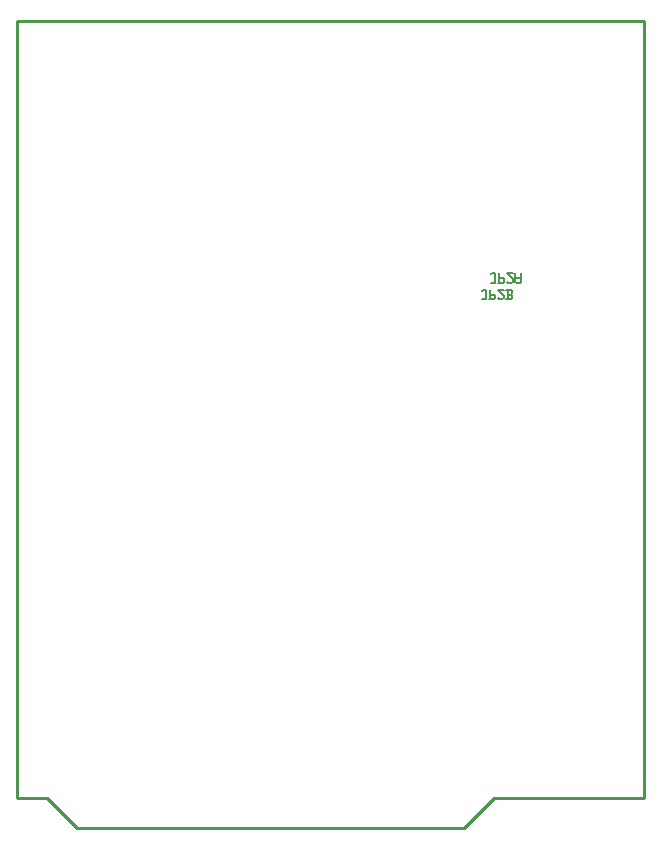
<source format=gbr>
G04 start of page 9 for group -4078 idx -4078 *
G04 Title: (unknown), bottomsilk *
G04 Creator: pcb 20140316 *
G04 CreationDate: Thu 22 Dec 2016 06:12:03 PM GMT UTC *
G04 For: ndholmes *
G04 Format: Gerber/RS-274X *
G04 PCB-Dimensions (mil): 2100.00 2700.00 *
G04 PCB-Coordinate-Origin: lower left *
%MOIN*%
%FSLAX25Y25*%
%LNBOTTOMSILK*%
%ADD82C,0.0080*%
%ADD81C,0.0100*%
G54D81*X500Y269500D02*X209500D01*
Y10500D01*
X159500D02*X149500Y500D01*
X209500Y10500D02*X159500D01*
X149500Y500D02*X20500D01*
X500Y10500D02*X10500D01*
X20500Y500D02*X10500Y10500D01*
X500D02*Y269500D01*
G54D82*X155500Y176800D02*X156700D01*
Y179600D01*
X156300Y180000D02*X156700Y179600D01*
X155900Y180000D02*X156300D01*
X155500Y179600D02*X155900Y180000D01*
X158060Y176800D02*Y180000D01*
X157660Y176800D02*X159260D01*
X159660Y177200D01*
Y178000D01*
X159260Y178400D02*X159660Y178000D01*
X158060Y178400D02*X159260D01*
X160620Y177200D02*X161020Y176800D01*
X162220D01*
X162620Y177200D01*
Y178000D01*
X160620Y180000D02*X162620Y178000D01*
X160620Y180000D02*X162620D01*
X163580D02*X165180D01*
X165580Y179600D01*
Y178800D02*Y179600D01*
X165180Y178400D02*X165580Y178800D01*
X163980Y178400D02*X165180D01*
X163980Y176800D02*Y180000D01*
X163580Y176800D02*X165180D01*
X165580Y177200D01*
Y178000D01*
X165180Y178400D02*X165580Y178000D01*
X158500Y182300D02*X159700D01*
Y185100D01*
X159300Y185500D02*X159700Y185100D01*
X158900Y185500D02*X159300D01*
X158500Y185100D02*X158900Y185500D01*
X161060Y182300D02*Y185500D01*
X160660Y182300D02*X162260D01*
X162660Y182700D01*
Y183500D01*
X162260Y183900D02*X162660Y183500D01*
X161060Y183900D02*X162260D01*
X163620Y182700D02*X164020Y182300D01*
X165220D01*
X165620Y182700D01*
Y183500D01*
X163620Y185500D02*X165620Y183500D01*
X163620Y185500D02*X165620D01*
X166580Y182700D02*Y185500D01*
Y182700D02*X166980Y182300D01*
X168180D01*
X168580Y182700D01*
Y185500D01*
X166580Y183900D02*X168580D01*
M02*

</source>
